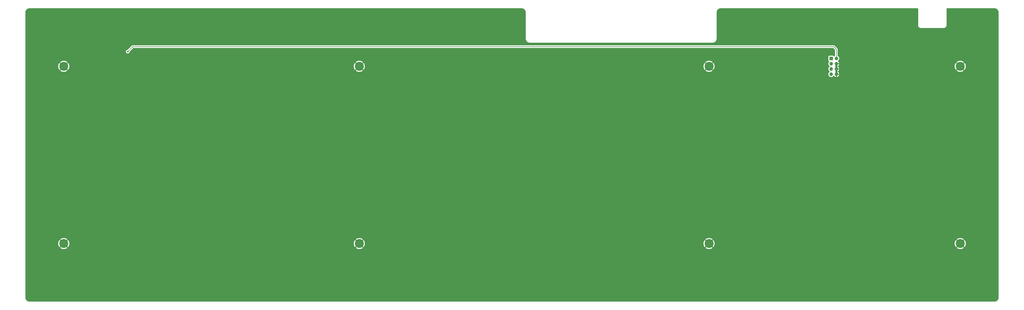
<source format=gbr>
%TF.GenerationSoftware,KiCad,Pcbnew,(6.0.0)*%
%TF.CreationDate,2022-04-04T18:27:56-04:00*%
%TF.ProjectId,SweetBusinessRGBCore,53776565-7442-4757-9369-6e6573735247,rev?*%
%TF.SameCoordinates,Original*%
%TF.FileFunction,Copper,L2,Bot*%
%TF.FilePolarity,Positive*%
%FSLAX46Y46*%
G04 Gerber Fmt 4.6, Leading zero omitted, Abs format (unit mm)*
G04 Created by KiCad (PCBNEW (6.0.0)) date 2022-04-04 18:27:56*
%MOMM*%
%LPD*%
G01*
G04 APERTURE LIST*
%TA.AperFunction,ComponentPad*%
%ADD10C,4.350000*%
%TD*%
%TA.AperFunction,ComponentPad*%
%ADD11R,1.700000X1.700000*%
%TD*%
%TA.AperFunction,ComponentPad*%
%ADD12O,1.700000X1.700000*%
%TD*%
%TA.AperFunction,ViaPad*%
%ADD13C,0.800000*%
%TD*%
%TA.AperFunction,Conductor*%
%ADD14C,0.250000*%
%TD*%
%TA.AperFunction,Conductor*%
%ADD15C,1.000000*%
%TD*%
G04 APERTURE END LIST*
D10*
%TO.P,H8,1,1*%
%TO.N,GND*%
X500062500Y-241300000D03*
%TD*%
%TO.P,H2,1,1*%
%TO.N,GND*%
X209550000Y-155575000D03*
%TD*%
%TO.P,H7,1,1*%
%TO.N,GND*%
X378618750Y-241300000D03*
%TD*%
%TO.P,H5,1,1*%
%TO.N,GND*%
X66675000Y-241300000D03*
%TD*%
D11*
%TO.P,J1,1,Pin_1*%
%TO.N,VBUS*%
X437668750Y-151775000D03*
D12*
%TO.P,J1,2,Pin_2*%
%TO.N,LED*%
X440208750Y-151775000D03*
%TO.P,J1,3,Pin_3*%
%TO.N,VBUS*%
X437668750Y-154315000D03*
%TO.P,J1,4,Pin_4*%
%TO.N,GND*%
X440208750Y-154315000D03*
%TO.P,J1,5,Pin_5*%
%TO.N,VBUS*%
X437668750Y-156855000D03*
%TO.P,J1,6,Pin_6*%
%TO.N,GND*%
X440208750Y-156855000D03*
%TO.P,J1,7,Pin_7*%
%TO.N,VBUS*%
X437668750Y-159395000D03*
%TO.P,J1,8,Pin_8*%
%TO.N,GND*%
X440208750Y-159395000D03*
%TD*%
D10*
%TO.P,H1,1,1*%
%TO.N,GND*%
X66675000Y-155575000D03*
%TD*%
%TO.P,H3,1,1*%
%TO.N,GND*%
X378618750Y-155575000D03*
%TD*%
%TO.P,H4,1,1*%
%TO.N,GND*%
X500062500Y-155575000D03*
%TD*%
%TO.P,H6,1,1*%
%TO.N,GND*%
X209550000Y-241300000D03*
%TD*%
D13*
%TO.N,LED*%
X97631250Y-148431250D03*
%TO.N,GND*%
X428625000Y-184943750D03*
X252412500Y-184943750D03*
X157162500Y-136525000D03*
X276225000Y-241300000D03*
X238125000Y-241300000D03*
X319087500Y-203200000D03*
X157162500Y-155575000D03*
X490537500Y-241300000D03*
X76200000Y-184943750D03*
X509587500Y-250825000D03*
X128587500Y-203200000D03*
X133350000Y-222250000D03*
X314325000Y-241300000D03*
X266700000Y-222250000D03*
X152400000Y-222250000D03*
X295275000Y-241300000D03*
X150018750Y-260350000D03*
X300037500Y-203200000D03*
X171450000Y-222250000D03*
X100012500Y-156368750D03*
X280987500Y-155575000D03*
X261937500Y-136525000D03*
X195262500Y-155575000D03*
X242887500Y-203200000D03*
X219075000Y-241300000D03*
X357187500Y-184943750D03*
X209550000Y-222250000D03*
X138112500Y-155575000D03*
X340518750Y-260350000D03*
X138112500Y-184943750D03*
X242887500Y-155575000D03*
X428625000Y-155575000D03*
X428625000Y-260350000D03*
X309562500Y-184943750D03*
X390525000Y-184943750D03*
X471487500Y-260350000D03*
X509587500Y-184943750D03*
X57150000Y-260350000D03*
X257175000Y-241300000D03*
X452437500Y-260350000D03*
X490537500Y-203200000D03*
X316706250Y-260350000D03*
X452437500Y-184943750D03*
X471487500Y-222250000D03*
X242887500Y-136525000D03*
X490537500Y-184943750D03*
X409575000Y-155575000D03*
X509587500Y-136525000D03*
X364331250Y-260350000D03*
X409575000Y-203200000D03*
X221456250Y-260350000D03*
X157162500Y-184943750D03*
X57150000Y-203200000D03*
X452437500Y-222250000D03*
X228600000Y-222250000D03*
X366712500Y-155575000D03*
X347662500Y-155575000D03*
X214312500Y-184943750D03*
X471487500Y-203200000D03*
X390525000Y-155575000D03*
X428625000Y-203200000D03*
X409575000Y-260350000D03*
X261937500Y-203200000D03*
X233362500Y-184943750D03*
X223837500Y-136525000D03*
X328612500Y-155575000D03*
X350043750Y-241300000D03*
X223837500Y-155575000D03*
X126206250Y-260350000D03*
X200025000Y-241300000D03*
X57150000Y-184943750D03*
X328612500Y-184943750D03*
X471487500Y-184943750D03*
X76200000Y-260350000D03*
X354806250Y-222250000D03*
X271462500Y-184943750D03*
X176212500Y-184943750D03*
X509587500Y-222250000D03*
X76200000Y-203200000D03*
X390525000Y-260350000D03*
X76200000Y-241300000D03*
X104775000Y-203200000D03*
X223837500Y-203200000D03*
X57150000Y-241300000D03*
X409575000Y-184943750D03*
X452437500Y-241300000D03*
X111918750Y-241300000D03*
X290512500Y-184943750D03*
X142875000Y-241300000D03*
X161925000Y-241300000D03*
X323850000Y-222250000D03*
X185737500Y-203200000D03*
X361950000Y-203200000D03*
X57150000Y-222250000D03*
X304800000Y-222250000D03*
X138112500Y-136525000D03*
X176212500Y-136525000D03*
X338137500Y-203200000D03*
X119062500Y-184943750D03*
X180975000Y-241300000D03*
X471487500Y-241300000D03*
X409575000Y-136525000D03*
X147637500Y-203200000D03*
X107156250Y-222250000D03*
X261937500Y-155575000D03*
X102393750Y-260350000D03*
X280987500Y-203200000D03*
X292893750Y-260350000D03*
X490537500Y-222250000D03*
X190500000Y-222250000D03*
X166687500Y-203200000D03*
X176212500Y-155575000D03*
X285750000Y-222250000D03*
X490537500Y-260350000D03*
X509587500Y-203200000D03*
X409575000Y-241300000D03*
X309562500Y-155575000D03*
X76200000Y-222250000D03*
X428625000Y-136525000D03*
X452437500Y-203200000D03*
X195262500Y-136525000D03*
X204787500Y-203200000D03*
X280987500Y-136525000D03*
X247650000Y-222250000D03*
X195262500Y-184943750D03*
X390525000Y-136525000D03*
X100012500Y-184943750D03*
X390525000Y-203200000D03*
%TD*%
D14*
%TO.N,LED*%
X100012500Y-146050000D02*
X97631250Y-148431250D01*
X440208750Y-147315000D02*
X438943750Y-146050000D01*
X438943750Y-146050000D02*
X378618750Y-146050000D01*
X378618750Y-146050000D02*
X100012500Y-146050000D01*
X440208750Y-151775000D02*
X440208750Y-147315000D01*
D15*
%TO.N,GND*%
X440208750Y-154315000D02*
X440208750Y-159395000D01*
%TD*%
%TA.AperFunction,Conductor*%
%TO.N,GND*%
G36*
X288101307Y-127509500D02*
G01*
X288116108Y-127511805D01*
X288116111Y-127511805D01*
X288124980Y-127513186D01*
X288141249Y-127511059D01*
X288165817Y-127510266D01*
X288367516Y-127523486D01*
X288383856Y-127525637D01*
X288607983Y-127570218D01*
X288623904Y-127574484D01*
X288840293Y-127647939D01*
X288855519Y-127654246D01*
X289060467Y-127755315D01*
X289074741Y-127763556D01*
X289264747Y-127890514D01*
X289277822Y-127900547D01*
X289449636Y-128051223D01*
X289461277Y-128062864D01*
X289611045Y-128233642D01*
X289611953Y-128234678D01*
X289621986Y-128247753D01*
X289748944Y-128437759D01*
X289757185Y-128452033D01*
X289858254Y-128656981D01*
X289864561Y-128672207D01*
X289938016Y-128888596D01*
X289942282Y-128904517D01*
X289986863Y-129128644D01*
X289989014Y-129144984D01*
X290001764Y-129339518D01*
X290000739Y-129362554D01*
X290000696Y-129366104D01*
X289999314Y-129374980D01*
X290001138Y-129388928D01*
X290003436Y-129406501D01*
X290004500Y-129422839D01*
X290004500Y-142031922D01*
X290003000Y-142051306D01*
X289999314Y-142074980D01*
X290000134Y-142081250D01*
X290000004Y-142081250D01*
X290002135Y-142113757D01*
X290012291Y-142268703D01*
X290017970Y-142355354D01*
X290071560Y-142624769D01*
X290072885Y-142628673D01*
X290072886Y-142628676D01*
X290158531Y-142880978D01*
X290159857Y-142884884D01*
X290281350Y-143131248D01*
X290433961Y-143359647D01*
X290436674Y-143362741D01*
X290436679Y-143362747D01*
X290612370Y-143563082D01*
X290615079Y-143566171D01*
X290618168Y-143568880D01*
X290818503Y-143744571D01*
X290818509Y-143744576D01*
X290821603Y-143747289D01*
X290825029Y-143749578D01*
X290825034Y-143749582D01*
X290994769Y-143862994D01*
X291050002Y-143899900D01*
X291053701Y-143901724D01*
X291053706Y-143901727D01*
X291179775Y-143963897D01*
X291296366Y-144021393D01*
X291300271Y-144022718D01*
X291300272Y-144022719D01*
X291552574Y-144108364D01*
X291552577Y-144108365D01*
X291556481Y-144109690D01*
X291560520Y-144110493D01*
X291560526Y-144110495D01*
X291821853Y-144162476D01*
X291821856Y-144162476D01*
X291825896Y-144163280D01*
X291830007Y-144163549D01*
X291830011Y-144163550D01*
X292067493Y-144179116D01*
X292080148Y-144180591D01*
X292080392Y-144180632D01*
X292087461Y-144181821D01*
X292093842Y-144181899D01*
X292095141Y-144181915D01*
X292095145Y-144181915D01*
X292100000Y-144181974D01*
X292127588Y-144178023D01*
X292145451Y-144176750D01*
X380153043Y-144176750D01*
X380173947Y-144178496D01*
X380193711Y-144181821D01*
X380199831Y-144181896D01*
X380201383Y-144181915D01*
X380201388Y-144181915D01*
X380206250Y-144181974D01*
X380211076Y-144181283D01*
X380211291Y-144181269D01*
X380220442Y-144180316D01*
X380373217Y-144170302D01*
X380476239Y-144163550D01*
X380476243Y-144163549D01*
X380480354Y-144163280D01*
X380484394Y-144162476D01*
X380484397Y-144162476D01*
X380745724Y-144110495D01*
X380745730Y-144110493D01*
X380749769Y-144109690D01*
X380753673Y-144108365D01*
X380753676Y-144108364D01*
X381005978Y-144022719D01*
X381005979Y-144022718D01*
X381009884Y-144021393D01*
X381126474Y-143963897D01*
X381252544Y-143901727D01*
X381252549Y-143901724D01*
X381256248Y-143899900D01*
X381311481Y-143862994D01*
X381481216Y-143749582D01*
X381481221Y-143749578D01*
X381484647Y-143747289D01*
X381487741Y-143744576D01*
X381487747Y-143744571D01*
X381688082Y-143568880D01*
X381691171Y-143566171D01*
X381693880Y-143563082D01*
X381869571Y-143362747D01*
X381869576Y-143362741D01*
X381872289Y-143359647D01*
X382024900Y-143131248D01*
X382146393Y-142884884D01*
X382147719Y-142880978D01*
X382233364Y-142628676D01*
X382233365Y-142628673D01*
X382234690Y-142624769D01*
X382288280Y-142355354D01*
X382304116Y-142113757D01*
X382305591Y-142101102D01*
X382306013Y-142098590D01*
X382306821Y-142093789D01*
X382306974Y-142081250D01*
X382303023Y-142053662D01*
X382301750Y-142035799D01*
X382301750Y-129434457D01*
X382303496Y-129413553D01*
X382306014Y-129398585D01*
X382306821Y-129393789D01*
X382306974Y-129381250D01*
X382305252Y-129369225D01*
X382304249Y-129343121D01*
X382317236Y-129144984D01*
X382319387Y-129128644D01*
X382363968Y-128904517D01*
X382368234Y-128888596D01*
X382441689Y-128672207D01*
X382447996Y-128656981D01*
X382549065Y-128452033D01*
X382557306Y-128437759D01*
X382684264Y-128247753D01*
X382694297Y-128234678D01*
X382695205Y-128233642D01*
X382844973Y-128062864D01*
X382856614Y-128051223D01*
X383028428Y-127900547D01*
X383041503Y-127890514D01*
X383231509Y-127763556D01*
X383245783Y-127755315D01*
X383450731Y-127654246D01*
X383465957Y-127647939D01*
X383682346Y-127574484D01*
X383698267Y-127570218D01*
X383922394Y-127525637D01*
X383938734Y-127523486D01*
X384133268Y-127510736D01*
X384156304Y-127511761D01*
X384159854Y-127511804D01*
X384168730Y-127513186D01*
X384200252Y-127509064D01*
X384216589Y-127508000D01*
X479375672Y-127508000D01*
X479395057Y-127509500D01*
X479409859Y-127511805D01*
X479409861Y-127511805D01*
X479418730Y-127513186D01*
X479427630Y-127512022D01*
X479436606Y-127512132D01*
X479436596Y-127512950D01*
X479458086Y-127513241D01*
X479478474Y-127516470D01*
X479493592Y-127518864D01*
X479531081Y-127531045D01*
X479575182Y-127553515D01*
X479607073Y-127576686D01*
X479642064Y-127611677D01*
X479665235Y-127643568D01*
X479687705Y-127687669D01*
X479699886Y-127725158D01*
X479705374Y-127759809D01*
X479706804Y-127779517D01*
X479705564Y-127787480D01*
X479707388Y-127801428D01*
X479709686Y-127819001D01*
X479710750Y-127835339D01*
X479710750Y-135681922D01*
X479709250Y-135701306D01*
X479705564Y-135724980D01*
X479706729Y-135733885D01*
X479706819Y-135734576D01*
X479707495Y-135741024D01*
X479722801Y-135935518D01*
X479770634Y-136134757D01*
X479849046Y-136324059D01*
X479956106Y-136498765D01*
X480089178Y-136654572D01*
X480244985Y-136787644D01*
X480419691Y-136894704D01*
X480424261Y-136896597D01*
X480424265Y-136896599D01*
X480604420Y-136971222D01*
X480604422Y-136971223D01*
X480608993Y-136973116D01*
X480808232Y-137020949D01*
X480857432Y-137024821D01*
X480971726Y-137033816D01*
X480982742Y-137035174D01*
X480999961Y-137038071D01*
X481006459Y-137038150D01*
X481007641Y-137038165D01*
X481007645Y-137038165D01*
X481012500Y-137038224D01*
X481040088Y-137034273D01*
X481057951Y-137033000D01*
X492071793Y-137033000D01*
X492092697Y-137034746D01*
X492112461Y-137038071D01*
X492118789Y-137038148D01*
X492120141Y-137038165D01*
X492120145Y-137038165D01*
X492125000Y-137038224D01*
X492129816Y-137037534D01*
X492129819Y-137037534D01*
X492139603Y-137036133D01*
X492147579Y-137035248D01*
X492226930Y-137029003D01*
X492329268Y-137020949D01*
X492334075Y-137019795D01*
X492334081Y-137019794D01*
X492459013Y-136989800D01*
X492528507Y-136973116D01*
X492533078Y-136971223D01*
X492533080Y-136971222D01*
X492713235Y-136896599D01*
X492713239Y-136896597D01*
X492717809Y-136894704D01*
X492892515Y-136787644D01*
X493048322Y-136654572D01*
X493181394Y-136498765D01*
X493288454Y-136324059D01*
X493366866Y-136134757D01*
X493414699Y-135935518D01*
X493427566Y-135772024D01*
X493428924Y-135761006D01*
X493431013Y-135748590D01*
X493431821Y-135743789D01*
X493431974Y-135731250D01*
X493428023Y-135703662D01*
X493426750Y-135685799D01*
X493426750Y-127846957D01*
X493428496Y-127826053D01*
X493431014Y-127811085D01*
X493431821Y-127806289D01*
X493431974Y-127793750D01*
X493431285Y-127788939D01*
X493431099Y-127786087D01*
X493432383Y-127758186D01*
X493437614Y-127725158D01*
X493449795Y-127687669D01*
X493472265Y-127643568D01*
X493495436Y-127611677D01*
X493530427Y-127576686D01*
X493562318Y-127553515D01*
X493606419Y-127531045D01*
X493643908Y-127518864D01*
X493678559Y-127513376D01*
X493698267Y-127511946D01*
X493706230Y-127513186D01*
X493737752Y-127509064D01*
X493754089Y-127508000D01*
X516681922Y-127508000D01*
X516701307Y-127509500D01*
X516716108Y-127511805D01*
X516716111Y-127511805D01*
X516724980Y-127513186D01*
X516741249Y-127511059D01*
X516765817Y-127510266D01*
X516967516Y-127523486D01*
X516983856Y-127525637D01*
X517207983Y-127570218D01*
X517223904Y-127574484D01*
X517440293Y-127647939D01*
X517455519Y-127654246D01*
X517660467Y-127755315D01*
X517674741Y-127763556D01*
X517864747Y-127890514D01*
X517877822Y-127900547D01*
X518049636Y-128051223D01*
X518061277Y-128062864D01*
X518211045Y-128233642D01*
X518211953Y-128234678D01*
X518221986Y-128247753D01*
X518348944Y-128437759D01*
X518357185Y-128452033D01*
X518458254Y-128656981D01*
X518464561Y-128672207D01*
X518538016Y-128888596D01*
X518542282Y-128904517D01*
X518586863Y-129128644D01*
X518589014Y-129144984D01*
X518601764Y-129339518D01*
X518600739Y-129362554D01*
X518600696Y-129366104D01*
X518599314Y-129374980D01*
X518601138Y-129388928D01*
X518603436Y-129406501D01*
X518604500Y-129422839D01*
X518604500Y-267444422D01*
X518603000Y-267463806D01*
X518599314Y-267487480D01*
X518601441Y-267503749D01*
X518602234Y-267528317D01*
X518589014Y-267730016D01*
X518586863Y-267746356D01*
X518542282Y-267970483D01*
X518538016Y-267986404D01*
X518464561Y-268202793D01*
X518458254Y-268218019D01*
X518357185Y-268422967D01*
X518348944Y-268437241D01*
X518221986Y-268627247D01*
X518211953Y-268640322D01*
X518061277Y-268812136D01*
X518049636Y-268823777D01*
X517878858Y-268973545D01*
X517877822Y-268974453D01*
X517864747Y-268984486D01*
X517674741Y-269111444D01*
X517660467Y-269119685D01*
X517455519Y-269220754D01*
X517440293Y-269227061D01*
X517223904Y-269300516D01*
X517207983Y-269304782D01*
X516983856Y-269349363D01*
X516967516Y-269351514D01*
X516772982Y-269364264D01*
X516749946Y-269363239D01*
X516746396Y-269363196D01*
X516737520Y-269361814D01*
X516709012Y-269365542D01*
X516705999Y-269365936D01*
X516689661Y-269367000D01*
X50055578Y-269367000D01*
X50036193Y-269365500D01*
X50021392Y-269363195D01*
X50021389Y-269363195D01*
X50012520Y-269361814D01*
X49996251Y-269363941D01*
X49971683Y-269364734D01*
X49769984Y-269351514D01*
X49753644Y-269349363D01*
X49529517Y-269304782D01*
X49513596Y-269300516D01*
X49297207Y-269227061D01*
X49281981Y-269220754D01*
X49077033Y-269119685D01*
X49062759Y-269111444D01*
X48872753Y-268984486D01*
X48859678Y-268974453D01*
X48858642Y-268973545D01*
X48687864Y-268823777D01*
X48676223Y-268812136D01*
X48525547Y-268640322D01*
X48515514Y-268627247D01*
X48388556Y-268437241D01*
X48380315Y-268422967D01*
X48279246Y-268218019D01*
X48272939Y-268202793D01*
X48199484Y-267986404D01*
X48195218Y-267970483D01*
X48150637Y-267746356D01*
X48148486Y-267730016D01*
X48135974Y-267539126D01*
X48137147Y-267515968D01*
X48136829Y-267515939D01*
X48137264Y-267511083D01*
X48138071Y-267506289D01*
X48138224Y-267493750D01*
X48134273Y-267466162D01*
X48133000Y-267448299D01*
X48133000Y-243368641D01*
X64971483Y-243368641D01*
X64979009Y-243379074D01*
X65114992Y-243488604D01*
X65121166Y-243492992D01*
X65389216Y-243660163D01*
X65395892Y-243663788D01*
X65682066Y-243797537D01*
X65689131Y-243800335D01*
X65989326Y-243898744D01*
X65996638Y-243900662D01*
X66306492Y-243962295D01*
X66313990Y-243963323D01*
X66629003Y-243987285D01*
X66636566Y-243987403D01*
X66952165Y-243973348D01*
X66959711Y-243972555D01*
X67271337Y-243920687D01*
X67278713Y-243918998D01*
X67581853Y-243830066D01*
X67588977Y-243827501D01*
X67879237Y-243702796D01*
X67886010Y-243699390D01*
X68159181Y-243540718D01*
X68165496Y-243536523D01*
X68371456Y-243381039D01*
X68379912Y-243369648D01*
X68379359Y-243368641D01*
X207846483Y-243368641D01*
X207854009Y-243379074D01*
X207989992Y-243488604D01*
X207996166Y-243492992D01*
X208264216Y-243660163D01*
X208270892Y-243663788D01*
X208557066Y-243797537D01*
X208564131Y-243800335D01*
X208864326Y-243898744D01*
X208871638Y-243900662D01*
X209181492Y-243962295D01*
X209188990Y-243963323D01*
X209504003Y-243987285D01*
X209511566Y-243987403D01*
X209827165Y-243973348D01*
X209834711Y-243972555D01*
X210146337Y-243920687D01*
X210153713Y-243918998D01*
X210456853Y-243830066D01*
X210463977Y-243827501D01*
X210754237Y-243702796D01*
X210761010Y-243699390D01*
X211034181Y-243540718D01*
X211040496Y-243536523D01*
X211246456Y-243381039D01*
X211254912Y-243369648D01*
X211254359Y-243368641D01*
X376915233Y-243368641D01*
X376922759Y-243379074D01*
X377058742Y-243488604D01*
X377064916Y-243492992D01*
X377332966Y-243660163D01*
X377339642Y-243663788D01*
X377625816Y-243797537D01*
X377632881Y-243800335D01*
X377933076Y-243898744D01*
X377940388Y-243900662D01*
X378250242Y-243962295D01*
X378257740Y-243963323D01*
X378572753Y-243987285D01*
X378580316Y-243987403D01*
X378895915Y-243973348D01*
X378903461Y-243972555D01*
X379215087Y-243920687D01*
X379222463Y-243918998D01*
X379525603Y-243830066D01*
X379532727Y-243827501D01*
X379822987Y-243702796D01*
X379829760Y-243699390D01*
X380102931Y-243540718D01*
X380109246Y-243536523D01*
X380315206Y-243381039D01*
X380323662Y-243369648D01*
X380323109Y-243368641D01*
X498358983Y-243368641D01*
X498366509Y-243379074D01*
X498502492Y-243488604D01*
X498508666Y-243492992D01*
X498776716Y-243660163D01*
X498783392Y-243663788D01*
X499069566Y-243797537D01*
X499076631Y-243800335D01*
X499376826Y-243898744D01*
X499384138Y-243900662D01*
X499693992Y-243962295D01*
X499701490Y-243963323D01*
X500016503Y-243987285D01*
X500024066Y-243987403D01*
X500339665Y-243973348D01*
X500347211Y-243972555D01*
X500658837Y-243920687D01*
X500666213Y-243918998D01*
X500969353Y-243830066D01*
X500976477Y-243827501D01*
X501266737Y-243702796D01*
X501273510Y-243699390D01*
X501546681Y-243540718D01*
X501552996Y-243536523D01*
X501758956Y-243381039D01*
X501767412Y-243369648D01*
X501760694Y-243357404D01*
X500075312Y-241672022D01*
X500061368Y-241664408D01*
X500059535Y-241664539D01*
X500052920Y-241668790D01*
X498366098Y-243355612D01*
X498358983Y-243368641D01*
X380323109Y-243368641D01*
X380316944Y-243357404D01*
X378631562Y-241672022D01*
X378617618Y-241664408D01*
X378615785Y-241664539D01*
X378609170Y-241668790D01*
X376922348Y-243355612D01*
X376915233Y-243368641D01*
X211254359Y-243368641D01*
X211248194Y-243357404D01*
X209562812Y-241672022D01*
X209548868Y-241664408D01*
X209547035Y-241664539D01*
X209540420Y-241668790D01*
X207853598Y-243355612D01*
X207846483Y-243368641D01*
X68379359Y-243368641D01*
X68373194Y-243357404D01*
X66687812Y-241672022D01*
X66673868Y-241664408D01*
X66672035Y-241664539D01*
X66665420Y-241668790D01*
X64978598Y-243355612D01*
X64971483Y-243368641D01*
X48133000Y-243368641D01*
X48133000Y-241275645D01*
X63987432Y-241275645D01*
X64003139Y-241591165D01*
X64003970Y-241598694D01*
X64057469Y-241910040D01*
X64059202Y-241917427D01*
X64149717Y-242220087D01*
X64152320Y-242227201D01*
X64278543Y-242516802D01*
X64281985Y-242523558D01*
X64442084Y-242795895D01*
X64446308Y-242802180D01*
X64594301Y-242996098D01*
X64605826Y-243004560D01*
X64617892Y-242997898D01*
X66302978Y-241312812D01*
X66309356Y-241301132D01*
X67039408Y-241301132D01*
X67039539Y-241302965D01*
X67043790Y-241309580D01*
X68730514Y-242996304D01*
X68743636Y-243003470D01*
X68753940Y-242996079D01*
X68855409Y-242871444D01*
X68859824Y-242865300D01*
X69028405Y-242598115D01*
X69032052Y-242591480D01*
X69167310Y-242305985D01*
X69170135Y-242298958D01*
X69270119Y-241999268D01*
X69272073Y-241991977D01*
X69335330Y-241682444D01*
X69336397Y-241674943D01*
X69362132Y-241358529D01*
X69362337Y-241354049D01*
X69362881Y-241302220D01*
X69362771Y-241297790D01*
X69361436Y-241275645D01*
X206862432Y-241275645D01*
X206878139Y-241591165D01*
X206878970Y-241598694D01*
X206932469Y-241910040D01*
X206934202Y-241917427D01*
X207024717Y-242220087D01*
X207027320Y-242227201D01*
X207153543Y-242516802D01*
X207156985Y-242523558D01*
X207317084Y-242795895D01*
X207321308Y-242802180D01*
X207469301Y-242996098D01*
X207480826Y-243004560D01*
X207492892Y-242997898D01*
X209177978Y-241312812D01*
X209184356Y-241301132D01*
X209914408Y-241301132D01*
X209914539Y-241302965D01*
X209918790Y-241309580D01*
X211605514Y-242996304D01*
X211618636Y-243003470D01*
X211628940Y-242996079D01*
X211730409Y-242871444D01*
X211734824Y-242865300D01*
X211903405Y-242598115D01*
X211907052Y-242591480D01*
X212042310Y-242305985D01*
X212045135Y-242298958D01*
X212145119Y-241999268D01*
X212147073Y-241991977D01*
X212210330Y-241682444D01*
X212211397Y-241674943D01*
X212237132Y-241358529D01*
X212237337Y-241354049D01*
X212237881Y-241302220D01*
X212237771Y-241297790D01*
X212236436Y-241275645D01*
X375931182Y-241275645D01*
X375946889Y-241591165D01*
X375947720Y-241598694D01*
X376001219Y-241910040D01*
X376002952Y-241917427D01*
X376093467Y-242220087D01*
X376096070Y-242227201D01*
X376222293Y-242516802D01*
X376225735Y-242523558D01*
X376385834Y-242795895D01*
X376390058Y-242802180D01*
X376538051Y-242996098D01*
X376549576Y-243004560D01*
X376561642Y-242997898D01*
X378246728Y-241312812D01*
X378253106Y-241301132D01*
X378983158Y-241301132D01*
X378983289Y-241302965D01*
X378987540Y-241309580D01*
X380674264Y-242996304D01*
X380687386Y-243003470D01*
X380697690Y-242996079D01*
X380799159Y-242871444D01*
X380803574Y-242865300D01*
X380972155Y-242598115D01*
X380975802Y-242591480D01*
X381111060Y-242305985D01*
X381113885Y-242298958D01*
X381213869Y-241999268D01*
X381215823Y-241991977D01*
X381279080Y-241682444D01*
X381280147Y-241674943D01*
X381305882Y-241358529D01*
X381306087Y-241354049D01*
X381306631Y-241302220D01*
X381306521Y-241297790D01*
X381305186Y-241275645D01*
X497374932Y-241275645D01*
X497390639Y-241591165D01*
X497391470Y-241598694D01*
X497444969Y-241910040D01*
X497446702Y-241917427D01*
X497537217Y-242220087D01*
X497539820Y-242227201D01*
X497666043Y-242516802D01*
X497669485Y-242523558D01*
X497829584Y-242795895D01*
X497833808Y-242802180D01*
X497981801Y-242996098D01*
X497993326Y-243004560D01*
X498005392Y-242997898D01*
X499690478Y-241312812D01*
X499696856Y-241301132D01*
X500426908Y-241301132D01*
X500427039Y-241302965D01*
X500431290Y-241309580D01*
X502118014Y-242996304D01*
X502131136Y-243003470D01*
X502141440Y-242996079D01*
X502242909Y-242871444D01*
X502247324Y-242865300D01*
X502415905Y-242598115D01*
X502419552Y-242591480D01*
X502554810Y-242305985D01*
X502557635Y-242298958D01*
X502657619Y-241999268D01*
X502659573Y-241991977D01*
X502722830Y-241682444D01*
X502723897Y-241674943D01*
X502749632Y-241358529D01*
X502749837Y-241354049D01*
X502750381Y-241302220D01*
X502750271Y-241297790D01*
X502731164Y-240980862D01*
X502730256Y-240973358D01*
X502673499Y-240662586D01*
X502671686Y-240655207D01*
X502578011Y-240353525D01*
X502575330Y-240346428D01*
X502446085Y-240058174D01*
X502442568Y-240051447D01*
X502279630Y-239780807D01*
X502275340Y-239774563D01*
X502142678Y-239604459D01*
X502130886Y-239595990D01*
X502119173Y-239602537D01*
X500434522Y-241287188D01*
X500426908Y-241301132D01*
X499696856Y-241301132D01*
X499698092Y-241298868D01*
X499697961Y-241297035D01*
X499693710Y-241290420D01*
X498006736Y-239603446D01*
X497993801Y-239596383D01*
X497983239Y-239604043D01*
X497865757Y-239751473D01*
X497861401Y-239757671D01*
X497695632Y-240026600D01*
X497692052Y-240033276D01*
X497559791Y-240320172D01*
X497557041Y-240327223D01*
X497460203Y-240627936D01*
X497458320Y-240635269D01*
X497398310Y-240945439D01*
X497397323Y-240952939D01*
X497375011Y-241268064D01*
X497374932Y-241275645D01*
X381305186Y-241275645D01*
X381287414Y-240980862D01*
X381286506Y-240973358D01*
X381229749Y-240662586D01*
X381227936Y-240655207D01*
X381134261Y-240353525D01*
X381131580Y-240346428D01*
X381002335Y-240058174D01*
X380998818Y-240051447D01*
X380835880Y-239780807D01*
X380831590Y-239774563D01*
X380698928Y-239604459D01*
X380687136Y-239595990D01*
X380675423Y-239602537D01*
X378990772Y-241287188D01*
X378983158Y-241301132D01*
X378253106Y-241301132D01*
X378254342Y-241298868D01*
X378254211Y-241297035D01*
X378249960Y-241290420D01*
X376562986Y-239603446D01*
X376550051Y-239596383D01*
X376539489Y-239604043D01*
X376422007Y-239751473D01*
X376417651Y-239757671D01*
X376251882Y-240026600D01*
X376248302Y-240033276D01*
X376116041Y-240320172D01*
X376113291Y-240327223D01*
X376016453Y-240627936D01*
X376014570Y-240635269D01*
X375954560Y-240945439D01*
X375953573Y-240952939D01*
X375931261Y-241268064D01*
X375931182Y-241275645D01*
X212236436Y-241275645D01*
X212218664Y-240980862D01*
X212217756Y-240973358D01*
X212160999Y-240662586D01*
X212159186Y-240655207D01*
X212065511Y-240353525D01*
X212062830Y-240346428D01*
X211933585Y-240058174D01*
X211930068Y-240051447D01*
X211767130Y-239780807D01*
X211762840Y-239774563D01*
X211630178Y-239604459D01*
X211618386Y-239595990D01*
X211606673Y-239602537D01*
X209922022Y-241287188D01*
X209914408Y-241301132D01*
X209184356Y-241301132D01*
X209185592Y-241298868D01*
X209185461Y-241297035D01*
X209181210Y-241290420D01*
X207494236Y-239603446D01*
X207481301Y-239596383D01*
X207470739Y-239604043D01*
X207353257Y-239751473D01*
X207348901Y-239757671D01*
X207183132Y-240026600D01*
X207179552Y-240033276D01*
X207047291Y-240320172D01*
X207044541Y-240327223D01*
X206947703Y-240627936D01*
X206945820Y-240635269D01*
X206885810Y-240945439D01*
X206884823Y-240952939D01*
X206862511Y-241268064D01*
X206862432Y-241275645D01*
X69361436Y-241275645D01*
X69343664Y-240980862D01*
X69342756Y-240973358D01*
X69285999Y-240662586D01*
X69284186Y-240655207D01*
X69190511Y-240353525D01*
X69187830Y-240346428D01*
X69058585Y-240058174D01*
X69055068Y-240051447D01*
X68892130Y-239780807D01*
X68887840Y-239774563D01*
X68755178Y-239604459D01*
X68743386Y-239595990D01*
X68731673Y-239602537D01*
X67047022Y-241287188D01*
X67039408Y-241301132D01*
X66309356Y-241301132D01*
X66310592Y-241298868D01*
X66310461Y-241297035D01*
X66306210Y-241290420D01*
X64619236Y-239603446D01*
X64606301Y-239596383D01*
X64595739Y-239604043D01*
X64478257Y-239751473D01*
X64473901Y-239757671D01*
X64308132Y-240026600D01*
X64304552Y-240033276D01*
X64172291Y-240320172D01*
X64169541Y-240327223D01*
X64072703Y-240627936D01*
X64070820Y-240635269D01*
X64010810Y-240945439D01*
X64009823Y-240952939D01*
X63987511Y-241268064D01*
X63987432Y-241275645D01*
X48133000Y-241275645D01*
X48133000Y-239231248D01*
X64970741Y-239231248D01*
X64977344Y-239243134D01*
X66662188Y-240927978D01*
X66676132Y-240935592D01*
X66677965Y-240935461D01*
X66684580Y-240931210D01*
X68371758Y-239244032D01*
X68378739Y-239231248D01*
X207845741Y-239231248D01*
X207852344Y-239243134D01*
X209537188Y-240927978D01*
X209551132Y-240935592D01*
X209552965Y-240935461D01*
X209559580Y-240931210D01*
X211246758Y-239244032D01*
X211253739Y-239231248D01*
X376914491Y-239231248D01*
X376921094Y-239243134D01*
X378605938Y-240927978D01*
X378619882Y-240935592D01*
X378621715Y-240935461D01*
X378628330Y-240931210D01*
X380315508Y-239244032D01*
X380322489Y-239231248D01*
X498358241Y-239231248D01*
X498364844Y-239243134D01*
X500049688Y-240927978D01*
X500063632Y-240935592D01*
X500065465Y-240935461D01*
X500072080Y-240931210D01*
X501759258Y-239244032D01*
X501766270Y-239231191D01*
X501758475Y-239220502D01*
X501599504Y-239095180D01*
X501593281Y-239090855D01*
X501323494Y-238926499D01*
X501316796Y-238922952D01*
X501029205Y-238792192D01*
X501022145Y-238789482D01*
X500720936Y-238694223D01*
X500713585Y-238692376D01*
X500403108Y-238633991D01*
X500395598Y-238633043D01*
X500080358Y-238612381D01*
X500072793Y-238612341D01*
X499757343Y-238629701D01*
X499749829Y-238630570D01*
X499438752Y-238685702D01*
X499431391Y-238687469D01*
X499129208Y-238779568D01*
X499122101Y-238782210D01*
X498833160Y-238909950D01*
X498826434Y-238913421D01*
X498554933Y-239074948D01*
X498548669Y-239079205D01*
X498366709Y-239219587D01*
X498358241Y-239231248D01*
X380322489Y-239231248D01*
X380322520Y-239231191D01*
X380314725Y-239220502D01*
X380155754Y-239095180D01*
X380149531Y-239090855D01*
X379879744Y-238926499D01*
X379873046Y-238922952D01*
X379585455Y-238792192D01*
X379578395Y-238789482D01*
X379277186Y-238694223D01*
X379269835Y-238692376D01*
X378959358Y-238633991D01*
X378951848Y-238633043D01*
X378636608Y-238612381D01*
X378629043Y-238612341D01*
X378313593Y-238629701D01*
X378306079Y-238630570D01*
X377995002Y-238685702D01*
X377987641Y-238687469D01*
X377685458Y-238779568D01*
X377678351Y-238782210D01*
X377389410Y-238909950D01*
X377382684Y-238913421D01*
X377111183Y-239074948D01*
X377104919Y-239079205D01*
X376922959Y-239219587D01*
X376914491Y-239231248D01*
X211253739Y-239231248D01*
X211253770Y-239231191D01*
X211245975Y-239220502D01*
X211087004Y-239095180D01*
X211080781Y-239090855D01*
X210810994Y-238926499D01*
X210804296Y-238922952D01*
X210516705Y-238792192D01*
X210509645Y-238789482D01*
X210208436Y-238694223D01*
X210201085Y-238692376D01*
X209890608Y-238633991D01*
X209883098Y-238633043D01*
X209567858Y-238612381D01*
X209560293Y-238612341D01*
X209244843Y-238629701D01*
X209237329Y-238630570D01*
X208926252Y-238685702D01*
X208918891Y-238687469D01*
X208616708Y-238779568D01*
X208609601Y-238782210D01*
X208320660Y-238909950D01*
X208313934Y-238913421D01*
X208042433Y-239074948D01*
X208036169Y-239079205D01*
X207854209Y-239219587D01*
X207845741Y-239231248D01*
X68378739Y-239231248D01*
X68378770Y-239231191D01*
X68370975Y-239220502D01*
X68212004Y-239095180D01*
X68205781Y-239090855D01*
X67935994Y-238926499D01*
X67929296Y-238922952D01*
X67641705Y-238792192D01*
X67634645Y-238789482D01*
X67333436Y-238694223D01*
X67326085Y-238692376D01*
X67015608Y-238633991D01*
X67008098Y-238633043D01*
X66692858Y-238612381D01*
X66685293Y-238612341D01*
X66369843Y-238629701D01*
X66362329Y-238630570D01*
X66051252Y-238685702D01*
X66043891Y-238687469D01*
X65741708Y-238779568D01*
X65734601Y-238782210D01*
X65445660Y-238909950D01*
X65438934Y-238913421D01*
X65167433Y-239074948D01*
X65161169Y-239079205D01*
X64979209Y-239219587D01*
X64970741Y-239231248D01*
X48133000Y-239231248D01*
X48133000Y-157643641D01*
X64971483Y-157643641D01*
X64979009Y-157654074D01*
X65114992Y-157763604D01*
X65121166Y-157767992D01*
X65389216Y-157935163D01*
X65395892Y-157938788D01*
X65682066Y-158072537D01*
X65689131Y-158075335D01*
X65989326Y-158173744D01*
X65996638Y-158175662D01*
X66306492Y-158237295D01*
X66313990Y-158238323D01*
X66629003Y-158262285D01*
X66636566Y-158262403D01*
X66952165Y-158248348D01*
X66959711Y-158247555D01*
X67271337Y-158195687D01*
X67278713Y-158193998D01*
X67581853Y-158105066D01*
X67588977Y-158102501D01*
X67879237Y-157977796D01*
X67886010Y-157974390D01*
X68159181Y-157815718D01*
X68165496Y-157811523D01*
X68371456Y-157656039D01*
X68379912Y-157644648D01*
X68379359Y-157643641D01*
X207846483Y-157643641D01*
X207854009Y-157654074D01*
X207989992Y-157763604D01*
X207996166Y-157767992D01*
X208264216Y-157935163D01*
X208270892Y-157938788D01*
X208557066Y-158072537D01*
X208564131Y-158075335D01*
X208864326Y-158173744D01*
X208871638Y-158175662D01*
X209181492Y-158237295D01*
X209188990Y-158238323D01*
X209504003Y-158262285D01*
X209511566Y-158262403D01*
X209827165Y-158248348D01*
X209834711Y-158247555D01*
X210146337Y-158195687D01*
X210153713Y-158193998D01*
X210456853Y-158105066D01*
X210463977Y-158102501D01*
X210754237Y-157977796D01*
X210761010Y-157974390D01*
X211034181Y-157815718D01*
X211040496Y-157811523D01*
X211246456Y-157656039D01*
X211254912Y-157644648D01*
X211254359Y-157643641D01*
X376915233Y-157643641D01*
X376922759Y-157654074D01*
X377058742Y-157763604D01*
X377064916Y-157767992D01*
X377332966Y-157935163D01*
X377339642Y-157938788D01*
X377625816Y-158072537D01*
X377632881Y-158075335D01*
X377933076Y-158173744D01*
X377940388Y-158175662D01*
X378250242Y-158237295D01*
X378257740Y-158238323D01*
X378572753Y-158262285D01*
X378580316Y-158262403D01*
X378895915Y-158248348D01*
X378903461Y-158247555D01*
X379215087Y-158195687D01*
X379222463Y-158193998D01*
X379525603Y-158105066D01*
X379532727Y-158102501D01*
X379822987Y-157977796D01*
X379829760Y-157974390D01*
X380102931Y-157815718D01*
X380109246Y-157811523D01*
X380315206Y-157656039D01*
X380323662Y-157644648D01*
X380316944Y-157632404D01*
X378631562Y-155947022D01*
X378617618Y-155939408D01*
X378615785Y-155939539D01*
X378609170Y-155943790D01*
X376922348Y-157630612D01*
X376915233Y-157643641D01*
X211254359Y-157643641D01*
X211248194Y-157632404D01*
X209562812Y-155947022D01*
X209548868Y-155939408D01*
X209547035Y-155939539D01*
X209540420Y-155943790D01*
X207853598Y-157630612D01*
X207846483Y-157643641D01*
X68379359Y-157643641D01*
X68373194Y-157632404D01*
X66687812Y-155947022D01*
X66673868Y-155939408D01*
X66672035Y-155939539D01*
X66665420Y-155943790D01*
X64978598Y-157630612D01*
X64971483Y-157643641D01*
X48133000Y-157643641D01*
X48133000Y-155550645D01*
X63987432Y-155550645D01*
X64003139Y-155866165D01*
X64003970Y-155873694D01*
X64057469Y-156185040D01*
X64059202Y-156192427D01*
X64149717Y-156495087D01*
X64152320Y-156502201D01*
X64278543Y-156791802D01*
X64281985Y-156798558D01*
X64442084Y-157070895D01*
X64446308Y-157077180D01*
X64594301Y-157271098D01*
X64605826Y-157279560D01*
X64617892Y-157272898D01*
X66302978Y-155587812D01*
X66309356Y-155576132D01*
X67039408Y-155576132D01*
X67039539Y-155577965D01*
X67043790Y-155584580D01*
X68730514Y-157271304D01*
X68743636Y-157278470D01*
X68753940Y-157271079D01*
X68855409Y-157146444D01*
X68859824Y-157140300D01*
X69028405Y-156873115D01*
X69032052Y-156866480D01*
X69167310Y-156580985D01*
X69170135Y-156573958D01*
X69270119Y-156274268D01*
X69272073Y-156266977D01*
X69335330Y-155957444D01*
X69336397Y-155949943D01*
X69362132Y-155633529D01*
X69362337Y-155629049D01*
X69362881Y-155577220D01*
X69362771Y-155572790D01*
X69361436Y-155550645D01*
X206862432Y-155550645D01*
X206878139Y-155866165D01*
X206878970Y-155873694D01*
X206932469Y-156185040D01*
X206934202Y-156192427D01*
X207024717Y-156495087D01*
X207027320Y-156502201D01*
X207153543Y-156791802D01*
X207156985Y-156798558D01*
X207317084Y-157070895D01*
X207321308Y-157077180D01*
X207469301Y-157271098D01*
X207480826Y-157279560D01*
X207492892Y-157272898D01*
X209177978Y-155587812D01*
X209184356Y-155576132D01*
X209914408Y-155576132D01*
X209914539Y-155577965D01*
X209918790Y-155584580D01*
X211605514Y-157271304D01*
X211618636Y-157278470D01*
X211628940Y-157271079D01*
X211730409Y-157146444D01*
X211734824Y-157140300D01*
X211903405Y-156873115D01*
X211907052Y-156866480D01*
X212042310Y-156580985D01*
X212045135Y-156573958D01*
X212145119Y-156274268D01*
X212147073Y-156266977D01*
X212210330Y-155957444D01*
X212211397Y-155949943D01*
X212237132Y-155633529D01*
X212237337Y-155629049D01*
X212237881Y-155577220D01*
X212237771Y-155572790D01*
X212236436Y-155550645D01*
X375931182Y-155550645D01*
X375946889Y-155866165D01*
X375947720Y-155873694D01*
X376001219Y-156185040D01*
X376002952Y-156192427D01*
X376093467Y-156495087D01*
X376096070Y-156502201D01*
X376222293Y-156791802D01*
X376225735Y-156798558D01*
X376385834Y-157070895D01*
X376390058Y-157077180D01*
X376538051Y-157271098D01*
X376549576Y-157279560D01*
X376561642Y-157272898D01*
X378246728Y-155587812D01*
X378253106Y-155576132D01*
X378983158Y-155576132D01*
X378983289Y-155577965D01*
X378987540Y-155584580D01*
X380674264Y-157271304D01*
X380687386Y-157278470D01*
X380697690Y-157271079D01*
X380799159Y-157146444D01*
X380803574Y-157140300D01*
X380972155Y-156873115D01*
X380975802Y-156866480D01*
X381111060Y-156580985D01*
X381113885Y-156573958D01*
X381213869Y-156274268D01*
X381215823Y-156266977D01*
X381279080Y-155957444D01*
X381280147Y-155949943D01*
X381305882Y-155633529D01*
X381306087Y-155629049D01*
X381306631Y-155577220D01*
X381306521Y-155572790D01*
X381287414Y-155255862D01*
X381286506Y-155248358D01*
X381229749Y-154937586D01*
X381227936Y-154930207D01*
X381134261Y-154628525D01*
X381131580Y-154621428D01*
X381002335Y-154333174D01*
X380998818Y-154326447D01*
X380835880Y-154055807D01*
X380831590Y-154049563D01*
X380698928Y-153879459D01*
X380687136Y-153870990D01*
X380675423Y-153877537D01*
X378990772Y-155562188D01*
X378983158Y-155576132D01*
X378253106Y-155576132D01*
X378254342Y-155573868D01*
X378254211Y-155572035D01*
X378249960Y-155565420D01*
X376562986Y-153878446D01*
X376550051Y-153871383D01*
X376539489Y-153879043D01*
X376422007Y-154026473D01*
X376417651Y-154032671D01*
X376251882Y-154301600D01*
X376248302Y-154308276D01*
X376116041Y-154595172D01*
X376113291Y-154602223D01*
X376016453Y-154902936D01*
X376014570Y-154910269D01*
X375954560Y-155220439D01*
X375953573Y-155227939D01*
X375931261Y-155543064D01*
X375931182Y-155550645D01*
X212236436Y-155550645D01*
X212218664Y-155255862D01*
X212217756Y-155248358D01*
X212160999Y-154937586D01*
X212159186Y-154930207D01*
X212065511Y-154628525D01*
X212062830Y-154621428D01*
X211933585Y-154333174D01*
X211930068Y-154326447D01*
X211767130Y-154055807D01*
X211762840Y-154049563D01*
X211630178Y-153879459D01*
X211618386Y-153870990D01*
X211606673Y-153877537D01*
X209922022Y-155562188D01*
X209914408Y-155576132D01*
X209184356Y-155576132D01*
X209185592Y-155573868D01*
X209185461Y-155572035D01*
X209181210Y-155565420D01*
X207494236Y-153878446D01*
X207481301Y-153871383D01*
X207470739Y-153879043D01*
X207353257Y-154026473D01*
X207348901Y-154032671D01*
X207183132Y-154301600D01*
X207179552Y-154308276D01*
X207047291Y-154595172D01*
X207044541Y-154602223D01*
X206947703Y-154902936D01*
X206945820Y-154910269D01*
X206885810Y-155220439D01*
X206884823Y-155227939D01*
X206862511Y-155543064D01*
X206862432Y-155550645D01*
X69361436Y-155550645D01*
X69343664Y-155255862D01*
X69342756Y-155248358D01*
X69285999Y-154937586D01*
X69284186Y-154930207D01*
X69190511Y-154628525D01*
X69187830Y-154621428D01*
X69058585Y-154333174D01*
X69055068Y-154326447D01*
X68892130Y-154055807D01*
X68887840Y-154049563D01*
X68755178Y-153879459D01*
X68743386Y-153870990D01*
X68731673Y-153877537D01*
X67047022Y-155562188D01*
X67039408Y-155576132D01*
X66309356Y-155576132D01*
X66310592Y-155573868D01*
X66310461Y-155572035D01*
X66306210Y-155565420D01*
X64619236Y-153878446D01*
X64606301Y-153871383D01*
X64595739Y-153879043D01*
X64478257Y-154026473D01*
X64473901Y-154032671D01*
X64308132Y-154301600D01*
X64304552Y-154308276D01*
X64172291Y-154595172D01*
X64169541Y-154602223D01*
X64072703Y-154902936D01*
X64070820Y-154910269D01*
X64010810Y-155220439D01*
X64009823Y-155227939D01*
X63987511Y-155543064D01*
X63987432Y-155550645D01*
X48133000Y-155550645D01*
X48133000Y-153506248D01*
X64970741Y-153506248D01*
X64977344Y-153518134D01*
X66662188Y-155202978D01*
X66676132Y-155210592D01*
X66677965Y-155210461D01*
X66684580Y-155206210D01*
X68371758Y-153519032D01*
X68378739Y-153506248D01*
X207845741Y-153506248D01*
X207852344Y-153518134D01*
X209537188Y-155202978D01*
X209551132Y-155210592D01*
X209552965Y-155210461D01*
X209559580Y-155206210D01*
X211246758Y-153519032D01*
X211253739Y-153506248D01*
X376914491Y-153506248D01*
X376921094Y-153518134D01*
X378605938Y-155202978D01*
X378619882Y-155210592D01*
X378621715Y-155210461D01*
X378628330Y-155206210D01*
X380315508Y-153519032D01*
X380322520Y-153506191D01*
X380314725Y-153495502D01*
X380155754Y-153370180D01*
X380149531Y-153365855D01*
X379879744Y-153201499D01*
X379873046Y-153197952D01*
X379585455Y-153067192D01*
X379578395Y-153064482D01*
X379277186Y-152969223D01*
X379269835Y-152967376D01*
X378959358Y-152908991D01*
X378951848Y-152908043D01*
X378636608Y-152887381D01*
X378629043Y-152887341D01*
X378313593Y-152904701D01*
X378306079Y-152905570D01*
X377995002Y-152960702D01*
X377987641Y-152962469D01*
X377685458Y-153054568D01*
X377678351Y-153057210D01*
X377389410Y-153184950D01*
X377382684Y-153188421D01*
X377111183Y-153349948D01*
X377104919Y-153354205D01*
X376922959Y-153494587D01*
X376914491Y-153506248D01*
X211253739Y-153506248D01*
X211253770Y-153506191D01*
X211245975Y-153495502D01*
X211087004Y-153370180D01*
X211080781Y-153365855D01*
X210810994Y-153201499D01*
X210804296Y-153197952D01*
X210516705Y-153067192D01*
X210509645Y-153064482D01*
X210208436Y-152969223D01*
X210201085Y-152967376D01*
X209890608Y-152908991D01*
X209883098Y-152908043D01*
X209567858Y-152887381D01*
X209560293Y-152887341D01*
X209244843Y-152904701D01*
X209237329Y-152905570D01*
X208926252Y-152960702D01*
X208918891Y-152962469D01*
X208616708Y-153054568D01*
X208609601Y-153057210D01*
X208320660Y-153184950D01*
X208313934Y-153188421D01*
X208042433Y-153349948D01*
X208036169Y-153354205D01*
X207854209Y-153494587D01*
X207845741Y-153506248D01*
X68378739Y-153506248D01*
X68378770Y-153506191D01*
X68370975Y-153495502D01*
X68212004Y-153370180D01*
X68205781Y-153365855D01*
X67935994Y-153201499D01*
X67929296Y-153197952D01*
X67641705Y-153067192D01*
X67634645Y-153064482D01*
X67333436Y-152969223D01*
X67326085Y-152967376D01*
X67015608Y-152908991D01*
X67008098Y-152908043D01*
X66692858Y-152887381D01*
X66685293Y-152887341D01*
X66369843Y-152904701D01*
X66362329Y-152905570D01*
X66051252Y-152960702D01*
X66043891Y-152962469D01*
X65741708Y-153054568D01*
X65734601Y-153057210D01*
X65445660Y-153184950D01*
X65438934Y-153188421D01*
X65167433Y-153349948D01*
X65161169Y-153354205D01*
X64979209Y-153494587D01*
X64970741Y-153506248D01*
X48133000Y-153506248D01*
X48133000Y-148431250D01*
X96717746Y-148431250D01*
X96737708Y-148621178D01*
X96796723Y-148802806D01*
X96892210Y-148968194D01*
X97019997Y-149110116D01*
X97174498Y-149222368D01*
X97180526Y-149225052D01*
X97180528Y-149225053D01*
X97342931Y-149297359D01*
X97348962Y-149300044D01*
X97442363Y-149319897D01*
X97529306Y-149338378D01*
X97529311Y-149338378D01*
X97535763Y-149339750D01*
X97726737Y-149339750D01*
X97733189Y-149338378D01*
X97733194Y-149338378D01*
X97820137Y-149319897D01*
X97913538Y-149300044D01*
X97919569Y-149297359D01*
X98081972Y-149225053D01*
X98081974Y-149225052D01*
X98088002Y-149222368D01*
X98242503Y-149110116D01*
X98370290Y-148968194D01*
X98465777Y-148802806D01*
X98524792Y-148621178D01*
X98542157Y-148455956D01*
X98569170Y-148390300D01*
X98578372Y-148380032D01*
X100238000Y-146720405D01*
X100300312Y-146686379D01*
X100327095Y-146683500D01*
X438629156Y-146683500D01*
X438697277Y-146703502D01*
X438718251Y-146720405D01*
X439538345Y-147540499D01*
X439572371Y-147602811D01*
X439575250Y-147629594D01*
X439575250Y-150496692D01*
X439555248Y-150564813D01*
X439507433Y-150608453D01*
X439482357Y-150621507D01*
X439478224Y-150624610D01*
X439478221Y-150624612D01*
X439307850Y-150752530D01*
X439303715Y-150755635D01*
X439247287Y-150814684D01*
X439223033Y-150840064D01*
X439161509Y-150875494D01*
X439090596Y-150872037D01*
X439032810Y-150830791D01*
X439013957Y-150797243D01*
X438972517Y-150686703D01*
X438969365Y-150678295D01*
X438882011Y-150561739D01*
X438765455Y-150474385D01*
X438629066Y-150423255D01*
X438566884Y-150416500D01*
X436770616Y-150416500D01*
X436708434Y-150423255D01*
X436572045Y-150474385D01*
X436455489Y-150561739D01*
X436368135Y-150678295D01*
X436317005Y-150814684D01*
X436310250Y-150876866D01*
X436310250Y-152673134D01*
X436317005Y-152735316D01*
X436368135Y-152871705D01*
X436455489Y-152988261D01*
X436572045Y-153075615D01*
X436580454Y-153078767D01*
X436580455Y-153078768D01*
X436689201Y-153119535D01*
X436745966Y-153162176D01*
X436770666Y-153228738D01*
X436755459Y-153298087D01*
X436736066Y-153324568D01*
X436609379Y-153457138D01*
X436483493Y-153641680D01*
X436389438Y-153844305D01*
X436329739Y-154059570D01*
X436306001Y-154281695D01*
X436306298Y-154286848D01*
X436306298Y-154286851D01*
X436307921Y-154315000D01*
X436318860Y-154504715D01*
X436319997Y-154509761D01*
X436319998Y-154509767D01*
X436333347Y-154569000D01*
X436367972Y-154722639D01*
X436452016Y-154929616D01*
X436568737Y-155120088D01*
X436715000Y-155288938D01*
X436886876Y-155431632D01*
X436957345Y-155472811D01*
X436960195Y-155474476D01*
X437008919Y-155526114D01*
X437021990Y-155595897D01*
X436995259Y-155661669D01*
X436954805Y-155695027D01*
X436942357Y-155701507D01*
X436938224Y-155704610D01*
X436938221Y-155704612D01*
X436913997Y-155722800D01*
X436763715Y-155835635D01*
X436760143Y-155839373D01*
X436647312Y-155957444D01*
X436609379Y-155997138D01*
X436483493Y-156181680D01*
X436389438Y-156384305D01*
X436329739Y-156599570D01*
X436306001Y-156821695D01*
X436318860Y-157044715D01*
X436319997Y-157049761D01*
X436319998Y-157049767D01*
X436324760Y-157070895D01*
X436367972Y-157262639D01*
X436452016Y-157469616D01*
X436454715Y-157474020D01*
X436565052Y-157654074D01*
X436568737Y-157660088D01*
X436715000Y-157828938D01*
X436886876Y-157971632D01*
X436957345Y-158012811D01*
X436960195Y-158014476D01*
X437008919Y-158066114D01*
X437021990Y-158135897D01*
X436995259Y-158201669D01*
X436954805Y-158235027D01*
X436942357Y-158241507D01*
X436938224Y-158244610D01*
X436938221Y-158244612D01*
X436914683Y-158262285D01*
X436763715Y-158375635D01*
X436609379Y-158537138D01*
X436483493Y-158721680D01*
X436389438Y-158924305D01*
X436329739Y-159139570D01*
X436306001Y-159361695D01*
X436318860Y-159584715D01*
X436319997Y-159589761D01*
X436319998Y-159589767D01*
X436333347Y-159649000D01*
X436367972Y-159802639D01*
X436452016Y-160009616D01*
X436568737Y-160200088D01*
X436715000Y-160368938D01*
X436886876Y-160511632D01*
X437079750Y-160624338D01*
X437288442Y-160704030D01*
X437293510Y-160705061D01*
X437293513Y-160705062D01*
X437388612Y-160724410D01*
X437507347Y-160748567D01*
X437512522Y-160748757D01*
X437512524Y-160748757D01*
X437725423Y-160756564D01*
X437725427Y-160756564D01*
X437730587Y-160756753D01*
X437735707Y-160756097D01*
X437735709Y-160756097D01*
X437947038Y-160729025D01*
X437947039Y-160729025D01*
X437952166Y-160728368D01*
X437957116Y-160726883D01*
X438161179Y-160665661D01*
X438161184Y-160665659D01*
X438166134Y-160664174D01*
X438366744Y-160565896D01*
X438548610Y-160436173D01*
X438706846Y-160278489D01*
X438766344Y-160195689D01*
X438837203Y-160097077D01*
X438838390Y-160097930D01*
X438885710Y-160054362D01*
X438955647Y-160042145D01*
X439021088Y-160069678D01*
X439048916Y-160101511D01*
X439106444Y-160195388D01*
X439112527Y-160203699D01*
X439251963Y-160364667D01*
X439259330Y-160371883D01*
X439423184Y-160507916D01*
X439431631Y-160513831D01*
X439615506Y-160621279D01*
X439624792Y-160625729D01*
X439823751Y-160701703D01*
X439833649Y-160704579D01*
X439937000Y-160725606D01*
X439951049Y-160724410D01*
X439954750Y-160714065D01*
X439954750Y-160713517D01*
X440462750Y-160713517D01*
X440466814Y-160727359D01*
X440480228Y-160729393D01*
X440486934Y-160728534D01*
X440497012Y-160726392D01*
X440701005Y-160665191D01*
X440710592Y-160661433D01*
X440901845Y-160567739D01*
X440910695Y-160562464D01*
X441084078Y-160438792D01*
X441091950Y-160432139D01*
X441242802Y-160281812D01*
X441249480Y-160273965D01*
X441373753Y-160101020D01*
X441379063Y-160092183D01*
X441473420Y-159901267D01*
X441477219Y-159891672D01*
X441539127Y-159687910D01*
X441541305Y-159677837D01*
X441542736Y-159666962D01*
X441540525Y-159652778D01*
X441527367Y-159649000D01*
X440480865Y-159649000D01*
X440465626Y-159653475D01*
X440464421Y-159654865D01*
X440462750Y-159662548D01*
X440462750Y-160713517D01*
X439954750Y-160713517D01*
X439954750Y-159122885D01*
X440462750Y-159122885D01*
X440467225Y-159138124D01*
X440468615Y-159139329D01*
X440476298Y-159141000D01*
X441527094Y-159141000D01*
X441540625Y-159137027D01*
X441541930Y-159127947D01*
X441499964Y-158960875D01*
X441496644Y-158951124D01*
X441411722Y-158755814D01*
X441406855Y-158746739D01*
X441291176Y-158567926D01*
X441284886Y-158559757D01*
X441141556Y-158402240D01*
X441134023Y-158395215D01*
X440966889Y-158263222D01*
X440958302Y-158257517D01*
X440920866Y-158236851D01*
X440870896Y-158186419D01*
X440856124Y-158116976D01*
X440881240Y-158050571D01*
X440908592Y-158023964D01*
X441084077Y-157898792D01*
X441091950Y-157892139D01*
X441242802Y-157741812D01*
X441249480Y-157733965D01*
X441314384Y-157643641D01*
X498358983Y-157643641D01*
X498366509Y-157654074D01*
X498502492Y-157763604D01*
X498508666Y-157767992D01*
X498776716Y-157935163D01*
X498783392Y-157938788D01*
X499069566Y-158072537D01*
X499076631Y-158075335D01*
X499376826Y-158173744D01*
X499384138Y-158175662D01*
X499693992Y-158237295D01*
X499701490Y-158238323D01*
X500016503Y-158262285D01*
X500024066Y-158262403D01*
X500339665Y-158248348D01*
X500347211Y-158247555D01*
X500658837Y-158195687D01*
X500666213Y-158193998D01*
X500969353Y-158105066D01*
X500976477Y-158102501D01*
X501266737Y-157977796D01*
X501273510Y-157974390D01*
X501546681Y-157815718D01*
X501552996Y-157811523D01*
X501758956Y-157656039D01*
X501767412Y-157644648D01*
X501760694Y-157632404D01*
X500075312Y-155947022D01*
X500061368Y-155939408D01*
X500059535Y-155939539D01*
X500052920Y-155943790D01*
X498366098Y-157630612D01*
X498358983Y-157643641D01*
X441314384Y-157643641D01*
X441373753Y-157561020D01*
X441379063Y-157552183D01*
X441473420Y-157361267D01*
X441477219Y-157351672D01*
X441539127Y-157147910D01*
X441541305Y-157137837D01*
X441542736Y-157126962D01*
X441540525Y-157112778D01*
X441527367Y-157109000D01*
X440480865Y-157109000D01*
X440465626Y-157113475D01*
X440464421Y-157114865D01*
X440462750Y-157122548D01*
X440462750Y-159122885D01*
X439954750Y-159122885D01*
X439954750Y-156582885D01*
X440462750Y-156582885D01*
X440467225Y-156598124D01*
X440468615Y-156599329D01*
X440476298Y-156601000D01*
X441527094Y-156601000D01*
X441540625Y-156597027D01*
X441541930Y-156587947D01*
X441499964Y-156420875D01*
X441496644Y-156411124D01*
X441411722Y-156215814D01*
X441406855Y-156206739D01*
X441291176Y-156027926D01*
X441284886Y-156019757D01*
X441141556Y-155862240D01*
X441134023Y-155855215D01*
X440966889Y-155723222D01*
X440958302Y-155717517D01*
X440920866Y-155696851D01*
X440870896Y-155646419D01*
X440856124Y-155576976D01*
X440866083Y-155550645D01*
X497374932Y-155550645D01*
X497390639Y-155866165D01*
X497391470Y-155873694D01*
X497444969Y-156185040D01*
X497446702Y-156192427D01*
X497537217Y-156495087D01*
X497539820Y-156502201D01*
X497666043Y-156791802D01*
X497669485Y-156798558D01*
X497829584Y-157070895D01*
X497833808Y-157077180D01*
X497981801Y-157271098D01*
X497993326Y-157279560D01*
X498005392Y-157272898D01*
X499690478Y-155587812D01*
X499696856Y-155576132D01*
X500426908Y-155576132D01*
X500427039Y-155577965D01*
X500431290Y-155584580D01*
X502118014Y-157271304D01*
X502131136Y-157278470D01*
X502141440Y-157271079D01*
X502242909Y-157146444D01*
X502247324Y-157140300D01*
X502415905Y-156873115D01*
X502419552Y-156866480D01*
X502554810Y-156580985D01*
X502557635Y-156573958D01*
X502657619Y-156274268D01*
X502659573Y-156266977D01*
X502722830Y-155957444D01*
X502723897Y-155949943D01*
X502749632Y-155633529D01*
X502749837Y-155629049D01*
X502750381Y-155577220D01*
X502750271Y-155572790D01*
X502731164Y-155255862D01*
X502730256Y-155248358D01*
X502673499Y-154937586D01*
X502671686Y-154930207D01*
X502578011Y-154628525D01*
X502575330Y-154621428D01*
X502446085Y-154333174D01*
X502442568Y-154326447D01*
X502279630Y-154055807D01*
X502275340Y-154049563D01*
X502142678Y-153879459D01*
X502130886Y-153870990D01*
X502119173Y-153877537D01*
X500434522Y-155562188D01*
X500426908Y-155576132D01*
X499696856Y-155576132D01*
X499698092Y-155573868D01*
X499697961Y-155572035D01*
X499693710Y-155565420D01*
X498006736Y-153878446D01*
X497993801Y-153871383D01*
X497983239Y-153879043D01*
X497865757Y-154026473D01*
X497861401Y-154032671D01*
X497695632Y-154301600D01*
X497692052Y-154308276D01*
X497559791Y-154595172D01*
X497557041Y-154602223D01*
X497460203Y-154902936D01*
X497458320Y-154910269D01*
X497398310Y-155220439D01*
X497397323Y-155227939D01*
X497375011Y-155543064D01*
X497374932Y-155550645D01*
X440866083Y-155550645D01*
X440881240Y-155510571D01*
X440908592Y-155483964D01*
X441084077Y-155358792D01*
X441091950Y-155352139D01*
X441242802Y-155201812D01*
X441249480Y-155193965D01*
X441373753Y-155021020D01*
X441379063Y-155012183D01*
X441473420Y-154821267D01*
X441477219Y-154811672D01*
X441539127Y-154607910D01*
X441541305Y-154597837D01*
X441542736Y-154586962D01*
X441540525Y-154572778D01*
X441527367Y-154569000D01*
X440480865Y-154569000D01*
X440465626Y-154573475D01*
X440464421Y-154574865D01*
X440462750Y-154582548D01*
X440462750Y-156582885D01*
X439954750Y-156582885D01*
X439954750Y-154187000D01*
X439974752Y-154118879D01*
X440028408Y-154072386D01*
X440080750Y-154061000D01*
X441527094Y-154061000D01*
X441540625Y-154057027D01*
X441541930Y-154047947D01*
X441499964Y-153880875D01*
X441496644Y-153871124D01*
X441411722Y-153675814D01*
X441406855Y-153666739D01*
X441303029Y-153506248D01*
X498358241Y-153506248D01*
X498364844Y-153518134D01*
X500049688Y-155202978D01*
X500063632Y-155210592D01*
X500065465Y-155210461D01*
X500072080Y-155206210D01*
X501759258Y-153519032D01*
X501766270Y-153506191D01*
X501758475Y-153495502D01*
X501599504Y-153370180D01*
X501593281Y-153365855D01*
X501323494Y-153201499D01*
X501316796Y-153197952D01*
X501029205Y-153067192D01*
X501022145Y-153064482D01*
X500720936Y-152969223D01*
X500713585Y-152967376D01*
X500403108Y-152908991D01*
X500395598Y-152908043D01*
X500080358Y-152887381D01*
X500072793Y-152887341D01*
X499757343Y-152904701D01*
X499749829Y-152905570D01*
X499438752Y-152960702D01*
X499431391Y-152962469D01*
X499129208Y-153054568D01*
X499122101Y-153057210D01*
X498833160Y-153184950D01*
X498826434Y-153188421D01*
X498554933Y-153349948D01*
X498548669Y-153354205D01*
X498366709Y-153494587D01*
X498358241Y-153506248D01*
X441303029Y-153506248D01*
X441291176Y-153487926D01*
X441284886Y-153479757D01*
X441141556Y-153322240D01*
X441134023Y-153315215D01*
X440966889Y-153183222D01*
X440958306Y-153177520D01*
X440921352Y-153157120D01*
X440871381Y-153106687D01*
X440856609Y-153037245D01*
X440881725Y-152970839D01*
X440909077Y-152944232D01*
X440963279Y-152905570D01*
X441088610Y-152816173D01*
X441246846Y-152658489D01*
X441377203Y-152477077D01*
X441476180Y-152276811D01*
X441541120Y-152063069D01*
X441570279Y-151841590D01*
X441571906Y-151775000D01*
X441553602Y-151552361D01*
X441499181Y-151335702D01*
X441410104Y-151130840D01*
X441288764Y-150943277D01*
X441138420Y-150778051D01*
X441134369Y-150774852D01*
X441134365Y-150774848D01*
X440967164Y-150642800D01*
X440967160Y-150642798D01*
X440963109Y-150639598D01*
X440958585Y-150637101D01*
X440958581Y-150637098D01*
X440907358Y-150608822D01*
X440857386Y-150558390D01*
X440842250Y-150498513D01*
X440842250Y-147393767D01*
X440842777Y-147382584D01*
X440844452Y-147375091D01*
X440842312Y-147307014D01*
X440842250Y-147303055D01*
X440842250Y-147275144D01*
X440841745Y-147271144D01*
X440840812Y-147259301D01*
X440839672Y-147223029D01*
X440839423Y-147215110D01*
X440833772Y-147195658D01*
X440829764Y-147176306D01*
X440828217Y-147164063D01*
X440827224Y-147156203D01*
X440824306Y-147148832D01*
X440810950Y-147115097D01*
X440807105Y-147103870D01*
X440806471Y-147101687D01*
X440794768Y-147061407D01*
X440790734Y-147054585D01*
X440790731Y-147054579D01*
X440784456Y-147043968D01*
X440775760Y-147026218D01*
X440771222Y-147014756D01*
X440771219Y-147014751D01*
X440768302Y-147007383D01*
X440742323Y-146971625D01*
X440735807Y-146961707D01*
X440717325Y-146930457D01*
X440713292Y-146923637D01*
X440698968Y-146909313D01*
X440686126Y-146894278D01*
X440674222Y-146877893D01*
X440640156Y-146849711D01*
X440631377Y-146841722D01*
X439447402Y-145657747D01*
X439439862Y-145649461D01*
X439435750Y-145642982D01*
X439386098Y-145596356D01*
X439383257Y-145593602D01*
X439363520Y-145573865D01*
X439360323Y-145571385D01*
X439351301Y-145563680D01*
X439337872Y-145551069D01*
X439319071Y-145533414D01*
X439312125Y-145529595D01*
X439312122Y-145529593D01*
X439301316Y-145523652D01*
X439284797Y-145512801D01*
X439284333Y-145512441D01*
X439268791Y-145500386D01*
X439261522Y-145497241D01*
X439261518Y-145497238D01*
X439228213Y-145482826D01*
X439217563Y-145477609D01*
X439178810Y-145456305D01*
X439159187Y-145451267D01*
X439140484Y-145444863D01*
X439129170Y-145439967D01*
X439129169Y-145439967D01*
X439121895Y-145436819D01*
X439114072Y-145435580D01*
X439114062Y-145435577D01*
X439078226Y-145429901D01*
X439066606Y-145427495D01*
X439031461Y-145418472D01*
X439031460Y-145418472D01*
X439023780Y-145416500D01*
X439003526Y-145416500D01*
X438983815Y-145414949D01*
X438971636Y-145413020D01*
X438963807Y-145411780D01*
X438934536Y-145414547D01*
X438919789Y-145415941D01*
X438907931Y-145416500D01*
X100091267Y-145416500D01*
X100080084Y-145415973D01*
X100072591Y-145414298D01*
X100064665Y-145414547D01*
X100064664Y-145414547D01*
X100004514Y-145416438D01*
X100000555Y-145416500D01*
X99972644Y-145416500D01*
X99968710Y-145416997D01*
X99968709Y-145416997D01*
X99968644Y-145417005D01*
X99956807Y-145417938D01*
X99924549Y-145418952D01*
X99920530Y-145419078D01*
X99912611Y-145419327D01*
X99893157Y-145424979D01*
X99873800Y-145428987D01*
X99861570Y-145430532D01*
X99861569Y-145430532D01*
X99853703Y-145431526D01*
X99846332Y-145434445D01*
X99846330Y-145434445D01*
X99812588Y-145447804D01*
X99801358Y-145451649D01*
X99766517Y-145461771D01*
X99766516Y-145461771D01*
X99758907Y-145463982D01*
X99752088Y-145468015D01*
X99752083Y-145468017D01*
X99741472Y-145474293D01*
X99723724Y-145482988D01*
X99704883Y-145490448D01*
X99698467Y-145495110D01*
X99698466Y-145495110D01*
X99669113Y-145516436D01*
X99659193Y-145522952D01*
X99627965Y-145541420D01*
X99627962Y-145541422D01*
X99621138Y-145545458D01*
X99606817Y-145559779D01*
X99591784Y-145572619D01*
X99575393Y-145584528D01*
X99566717Y-145595016D01*
X99547202Y-145618605D01*
X99539212Y-145627384D01*
X97680750Y-147485845D01*
X97618438Y-147519871D01*
X97591655Y-147522750D01*
X97535763Y-147522750D01*
X97529311Y-147524122D01*
X97529306Y-147524122D01*
X97452261Y-147540499D01*
X97348962Y-147562456D01*
X97342932Y-147565141D01*
X97342931Y-147565141D01*
X97180528Y-147637447D01*
X97180526Y-147637448D01*
X97174498Y-147640132D01*
X97019997Y-147752384D01*
X96892210Y-147894306D01*
X96796723Y-148059694D01*
X96737708Y-148241322D01*
X96717746Y-148431250D01*
X48133000Y-148431250D01*
X48133000Y-129434457D01*
X48134746Y-129413553D01*
X48137264Y-129398585D01*
X48138071Y-129393789D01*
X48138224Y-129381250D01*
X48136502Y-129369225D01*
X48135499Y-129343121D01*
X48148486Y-129144984D01*
X48150637Y-129128644D01*
X48195218Y-128904517D01*
X48199484Y-128888596D01*
X48272939Y-128672207D01*
X48279246Y-128656981D01*
X48380315Y-128452033D01*
X48388556Y-128437759D01*
X48515514Y-128247753D01*
X48525547Y-128234678D01*
X48526455Y-128233642D01*
X48676223Y-128062864D01*
X48687864Y-128051223D01*
X48859678Y-127900547D01*
X48872753Y-127890514D01*
X49062759Y-127763556D01*
X49077033Y-127755315D01*
X49281981Y-127654246D01*
X49297207Y-127647939D01*
X49513596Y-127574484D01*
X49529517Y-127570218D01*
X49753644Y-127525637D01*
X49769984Y-127523486D01*
X49964518Y-127510736D01*
X49987554Y-127511761D01*
X49991104Y-127511804D01*
X49999980Y-127513186D01*
X50031502Y-127509064D01*
X50047839Y-127508000D01*
X288081922Y-127508000D01*
X288101307Y-127509500D01*
G37*
%TD.AperFunction*%
%TD*%
M02*

</source>
